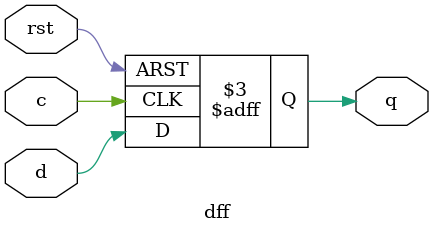
<source format=v>
`timescale 1ns / 1ps
module dff(
	input d,
	input rst,
	input c,
	output reg q
    );
	always @(posedge c or posedge rst)
		begin
			if(rst == 1)
				q = 0;
			else 
				q = d;
		end

endmodule

</source>
